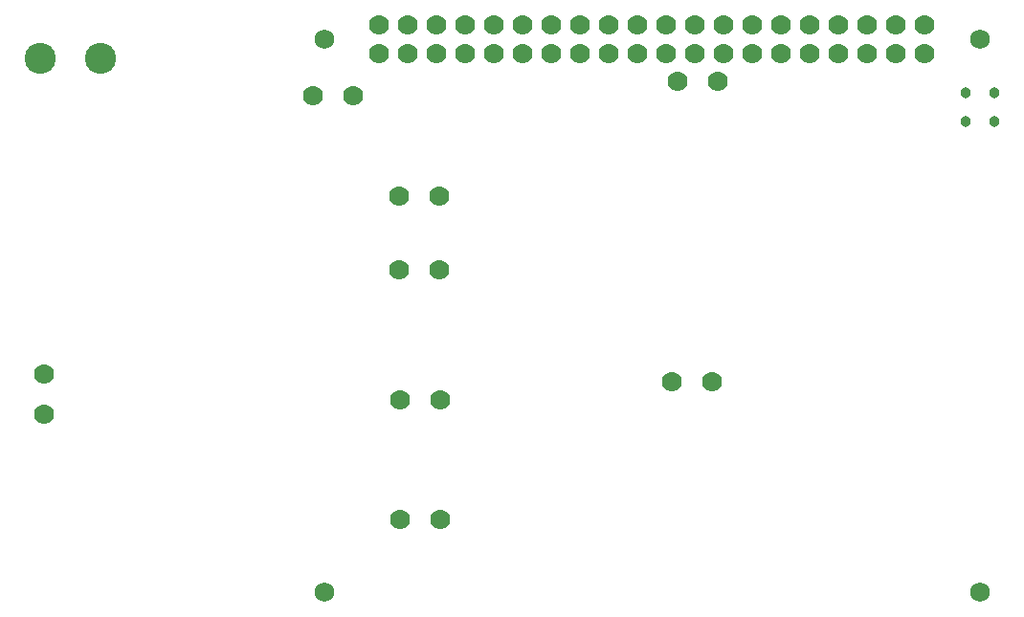
<source format=gbs>
G04*
G04 #@! TF.GenerationSoftware,Altium Limited,Altium Designer,23.1.1 (15)*
G04*
G04 Layer_Color=16711935*
%FSLAX24Y24*%
%MOIN*%
G70*
G04*
G04 #@! TF.SameCoordinates,385EC99C-E85F-452A-9B23-167F912ADACD*
G04*
G04*
G04 #@! TF.FilePolarity,Negative*
G04*
G01*
G75*
%ADD35C,0.0700*%
%ADD36C,0.0680*%
%ADD37C,0.0380*%
%ADD38C,0.1080*%
D35*
X15750Y8600D02*
D03*
X14350D02*
D03*
X15750Y4450D02*
D03*
X14350D02*
D03*
X15700Y13150D02*
D03*
X14300D02*
D03*
X15700Y15700D02*
D03*
X14300D02*
D03*
X25200Y9250D02*
D03*
X23800D02*
D03*
X22617Y20691D02*
D03*
X23617D02*
D03*
X24617D02*
D03*
X25617Y21691D02*
D03*
X30617Y20691D02*
D03*
Y21691D02*
D03*
X31617D02*
D03*
X32617D02*
D03*
X1950Y8100D02*
D03*
Y9500D02*
D03*
X13617Y20691D02*
D03*
X14617D02*
D03*
X15617D02*
D03*
X16617D02*
D03*
X17617D02*
D03*
X18617D02*
D03*
X19617D02*
D03*
X20617D02*
D03*
X21617D02*
D03*
X25617D02*
D03*
X26617D02*
D03*
X27617D02*
D03*
X28617D02*
D03*
X29617D02*
D03*
X31617D02*
D03*
X32617D02*
D03*
X13617Y21691D02*
D03*
X14617D02*
D03*
X15617D02*
D03*
X16617D02*
D03*
X17617D02*
D03*
X18617D02*
D03*
X19617D02*
D03*
X20617D02*
D03*
X21617D02*
D03*
X22617D02*
D03*
X23617D02*
D03*
X24617D02*
D03*
X26617D02*
D03*
X27617D02*
D03*
X28617D02*
D03*
X29617D02*
D03*
X25400Y19700D02*
D03*
X24000D02*
D03*
X12700Y19200D02*
D03*
X11300D02*
D03*
D36*
X11700Y1900D02*
D03*
Y21191D02*
D03*
X34535D02*
D03*
Y1900D02*
D03*
D37*
X34035Y18329D02*
D03*
X35035D02*
D03*
Y19329D02*
D03*
X34035D02*
D03*
D38*
X3900Y20500D02*
D03*
X1800D02*
D03*
M02*

</source>
